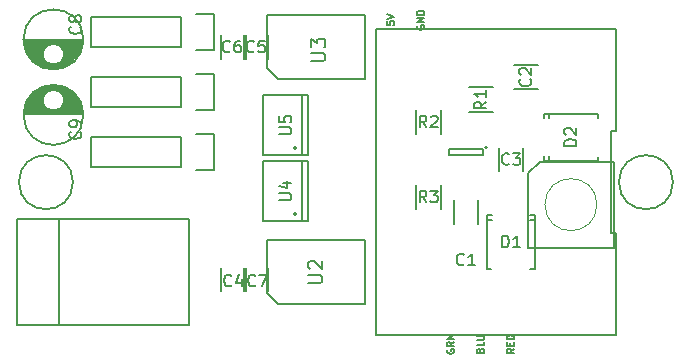
<source format=gto>
%TF.GenerationSoftware,KiCad,Pcbnew,4.0.2-stable*%
%TF.CreationDate,2016-05-01T09:37:51-04:00*%
%TF.ProjectId,RGB-Controller,5247422D436F6E74726F6C6C65722E6B,rev?*%
%TF.FileFunction,Legend,Top*%
%FSLAX46Y46*%
G04 Gerber Fmt 4.6, Leading zero omitted, Abs format (unit mm)*
G04 Created by KiCad (PCBNEW 4.0.2-stable) date 5/1/2016 9:37:51 AM*
%MOMM*%
G01*
G04 APERTURE LIST*
%ADD10C,0.127000*%
%ADD11C,0.150000*%
%ADD12C,0.010000*%
G04 APERTURE END LIST*
D10*
X134320000Y-105613142D02*
X134291429Y-105670285D01*
X134291429Y-105755999D01*
X134320000Y-105841714D01*
X134377143Y-105898856D01*
X134434286Y-105927428D01*
X134548571Y-105955999D01*
X134634286Y-105955999D01*
X134748571Y-105927428D01*
X134805714Y-105898856D01*
X134862857Y-105841714D01*
X134891429Y-105755999D01*
X134891429Y-105698856D01*
X134862857Y-105613142D01*
X134834286Y-105584571D01*
X134634286Y-105584571D01*
X134634286Y-105698856D01*
X134891429Y-104984571D02*
X134605714Y-105184571D01*
X134891429Y-105327428D02*
X134291429Y-105327428D01*
X134291429Y-105098856D01*
X134320000Y-105041714D01*
X134348571Y-105013142D01*
X134405714Y-104984571D01*
X134491429Y-104984571D01*
X134548571Y-105013142D01*
X134577143Y-105041714D01*
X134605714Y-105098856D01*
X134605714Y-105327428D01*
X134891429Y-104727428D02*
X134291429Y-104727428D01*
X134891429Y-104384571D01*
X134291429Y-104384571D01*
X137117143Y-105670285D02*
X137145714Y-105584571D01*
X137174286Y-105555999D01*
X137231429Y-105527428D01*
X137317143Y-105527428D01*
X137374286Y-105555999D01*
X137402857Y-105584571D01*
X137431429Y-105641713D01*
X137431429Y-105870285D01*
X136831429Y-105870285D01*
X136831429Y-105670285D01*
X136860000Y-105613142D01*
X136888571Y-105584571D01*
X136945714Y-105555999D01*
X137002857Y-105555999D01*
X137060000Y-105584571D01*
X137088571Y-105613142D01*
X137117143Y-105670285D01*
X137117143Y-105870285D01*
X137431429Y-104984571D02*
X137431429Y-105270285D01*
X136831429Y-105270285D01*
X136831429Y-104784571D02*
X137317143Y-104784571D01*
X137374286Y-104755999D01*
X137402857Y-104727428D01*
X137431429Y-104670285D01*
X137431429Y-104555999D01*
X137402857Y-104498857D01*
X137374286Y-104470285D01*
X137317143Y-104441714D01*
X136831429Y-104441714D01*
X139971429Y-105541714D02*
X139685714Y-105741714D01*
X139971429Y-105884571D02*
X139371429Y-105884571D01*
X139371429Y-105655999D01*
X139400000Y-105598857D01*
X139428571Y-105570285D01*
X139485714Y-105541714D01*
X139571429Y-105541714D01*
X139628571Y-105570285D01*
X139657143Y-105598857D01*
X139685714Y-105655999D01*
X139685714Y-105884571D01*
X139657143Y-105284571D02*
X139657143Y-105084571D01*
X139971429Y-104998857D02*
X139971429Y-105284571D01*
X139371429Y-105284571D01*
X139371429Y-104998857D01*
X139971429Y-104741714D02*
X139371429Y-104741714D01*
X139371429Y-104598857D01*
X139400000Y-104513142D01*
X139457143Y-104456000D01*
X139514286Y-104427428D01*
X139628571Y-104398857D01*
X139714286Y-104398857D01*
X139828571Y-104427428D01*
X139885714Y-104456000D01*
X139942857Y-104513142D01*
X139971429Y-104598857D01*
X139971429Y-104741714D01*
X131780000Y-78181142D02*
X131751429Y-78238285D01*
X131751429Y-78323999D01*
X131780000Y-78409714D01*
X131837143Y-78466856D01*
X131894286Y-78495428D01*
X132008571Y-78523999D01*
X132094286Y-78523999D01*
X132208571Y-78495428D01*
X132265714Y-78466856D01*
X132322857Y-78409714D01*
X132351429Y-78323999D01*
X132351429Y-78266856D01*
X132322857Y-78181142D01*
X132294286Y-78152571D01*
X132094286Y-78152571D01*
X132094286Y-78266856D01*
X132351429Y-77895428D02*
X131751429Y-77895428D01*
X132351429Y-77552571D01*
X131751429Y-77552571D01*
X132351429Y-77266857D02*
X131751429Y-77266857D01*
X131751429Y-77124000D01*
X131780000Y-77038285D01*
X131837143Y-76981143D01*
X131894286Y-76952571D01*
X132008571Y-76924000D01*
X132094286Y-76924000D01*
X132208571Y-76952571D01*
X132265714Y-76981143D01*
X132322857Y-77038285D01*
X132351429Y-77124000D01*
X132351429Y-77266857D01*
X129211429Y-77838286D02*
X129211429Y-78124000D01*
X129497143Y-78152571D01*
X129468571Y-78124000D01*
X129440000Y-78066857D01*
X129440000Y-77924000D01*
X129468571Y-77866857D01*
X129497143Y-77838286D01*
X129554286Y-77809714D01*
X129697143Y-77809714D01*
X129754286Y-77838286D01*
X129782857Y-77866857D01*
X129811429Y-77924000D01*
X129811429Y-78066857D01*
X129782857Y-78124000D01*
X129754286Y-78152571D01*
X129211429Y-77638285D02*
X129811429Y-77438285D01*
X129211429Y-77238285D01*
D11*
X140725000Y-90535000D02*
X140725000Y-88535000D01*
X138675000Y-88535000D02*
X138675000Y-90535000D01*
X137900000Y-94213680D02*
X138099800Y-94213680D01*
X137950000Y-94670720D02*
X138099000Y-94670720D01*
X137900000Y-98816160D02*
X138049000Y-98816160D01*
X141500000Y-94218760D02*
X141351000Y-94218760D01*
X141500000Y-94670720D02*
X141351000Y-94670720D01*
X141500000Y-98821240D02*
X141351000Y-98821240D01*
X137751020Y-94670720D02*
X137949140Y-94670720D01*
X141698980Y-94670720D02*
X141500860Y-94670720D01*
X137703560Y-98816160D02*
X137901680Y-98816160D01*
X137703560Y-94213680D02*
X137703560Y-98816160D01*
X137703560Y-94213680D02*
X137901680Y-94213680D01*
X141698980Y-94218760D02*
X141500860Y-94218760D01*
X141698980Y-94218760D02*
X141698980Y-98821240D01*
X141698980Y-98821240D02*
X141500860Y-98821240D01*
X148582000Y-78494000D02*
X128278000Y-78494000D01*
X128278000Y-78494000D02*
X128278000Y-104386000D01*
X128278000Y-104386000D02*
X148582000Y-104386000D01*
X148582000Y-104386000D02*
X148582000Y-95755333D01*
X148582000Y-95755333D02*
X148132000Y-95755333D01*
X148132000Y-95755333D02*
X148132000Y-87124667D01*
X148132000Y-87124667D02*
X148582000Y-87124667D01*
X148582000Y-87124667D02*
X148582000Y-78494000D01*
X141970000Y-81525000D02*
X139970000Y-81525000D01*
X139970000Y-83575000D02*
X141970000Y-83575000D01*
X153416000Y-91440000D02*
G75*
G03X153416000Y-91440000I-2286000J0D01*
G01*
X136915000Y-94980000D02*
X136915000Y-92980000D01*
X134865000Y-92980000D02*
X134865000Y-94980000D01*
D12*
X146980000Y-93345000D02*
G75*
G03X146980000Y-93345000I-2200000J0D01*
G01*
D11*
X142130000Y-89695000D02*
X141130000Y-90695000D01*
X141130000Y-90695000D02*
X141130000Y-96995000D01*
X141130000Y-96995000D02*
X148430000Y-96995000D01*
X148430000Y-96995000D02*
X148430000Y-89695000D01*
X148430000Y-89695000D02*
X142130000Y-89695000D01*
X111760000Y-77470000D02*
X104140000Y-77470000D01*
X111760000Y-80010000D02*
X104140000Y-80010000D01*
X114580000Y-80290000D02*
X113030000Y-80290000D01*
X104140000Y-77470000D02*
X104140000Y-80010000D01*
X111760000Y-80010000D02*
X111760000Y-77470000D01*
X113030000Y-77190000D02*
X114580000Y-77190000D01*
X114580000Y-77190000D02*
X114580000Y-80290000D01*
X111760000Y-82550000D02*
X104140000Y-82550000D01*
X111760000Y-85090000D02*
X104140000Y-85090000D01*
X114580000Y-85370000D02*
X113030000Y-85370000D01*
X104140000Y-82550000D02*
X104140000Y-85090000D01*
X111760000Y-85090000D02*
X111760000Y-82550000D01*
X113030000Y-82270000D02*
X114580000Y-82270000D01*
X114580000Y-82270000D02*
X114580000Y-85370000D01*
X111760000Y-87630000D02*
X104140000Y-87630000D01*
X111760000Y-90170000D02*
X104140000Y-90170000D01*
X114580000Y-90450000D02*
X113030000Y-90450000D01*
X104140000Y-87630000D02*
X104140000Y-90170000D01*
X111760000Y-90170000D02*
X111760000Y-87630000D01*
X113030000Y-87350000D02*
X114580000Y-87350000D01*
X114580000Y-87350000D02*
X114580000Y-90450000D01*
X136160000Y-83380000D02*
X138160000Y-83380000D01*
X138160000Y-85530000D02*
X136160000Y-85530000D01*
X133790000Y-85360000D02*
X133790000Y-87360000D01*
X131640000Y-87360000D02*
X131640000Y-85360000D01*
X133790000Y-91710000D02*
X133790000Y-93710000D01*
X131640000Y-93710000D02*
X131640000Y-91710000D01*
X137690000Y-88500000D02*
G75*
G03X137690000Y-88500000I-100000J0D01*
G01*
X137340000Y-89150000D02*
X137340000Y-88650000D01*
X134440000Y-89150000D02*
X137340000Y-89150000D01*
X134440000Y-88650000D02*
X134440000Y-89150000D01*
X137340000Y-88650000D02*
X134440000Y-88650000D01*
X119015000Y-100790000D02*
X120015000Y-101790000D01*
X120015000Y-101790000D02*
X127365000Y-101790000D01*
X127365000Y-101790000D02*
X127365000Y-96330000D01*
X127365000Y-96330000D02*
X119015000Y-96330000D01*
X119015000Y-96330000D02*
X119015000Y-100790000D01*
X119015000Y-81740000D02*
X120015000Y-82740000D01*
X120015000Y-82740000D02*
X127365000Y-82740000D01*
X127365000Y-82740000D02*
X127365000Y-77280000D01*
X127365000Y-77280000D02*
X119015000Y-77280000D01*
X119015000Y-77280000D02*
X119015000Y-81740000D01*
X121539000Y-94107000D02*
G75*
G03X121539000Y-94107000I-127000J0D01*
G01*
X122047000Y-94742000D02*
X122047000Y-89662000D01*
X118745000Y-94742000D02*
X118745000Y-89662000D01*
X122555000Y-94742000D02*
X122555000Y-89662000D01*
X122555000Y-94742000D02*
X118745000Y-94742000D01*
X122555000Y-89662000D02*
X118745000Y-89662000D01*
X121539000Y-88519000D02*
G75*
G03X121539000Y-88519000I-127000J0D01*
G01*
X122047000Y-89154000D02*
X122047000Y-84074000D01*
X118745000Y-89154000D02*
X118745000Y-84074000D01*
X122555000Y-89154000D02*
X122555000Y-84074000D01*
X122555000Y-89154000D02*
X118745000Y-89154000D01*
X122555000Y-84074000D02*
X118745000Y-84074000D01*
X102616000Y-91440000D02*
G75*
G03X102616000Y-91440000I-2286000J0D01*
G01*
X142473680Y-89430000D02*
X142473680Y-89230200D01*
X142930720Y-89380000D02*
X142930720Y-89231000D01*
X147076160Y-89430000D02*
X147076160Y-89281000D01*
X142478760Y-85830000D02*
X142478760Y-85979000D01*
X142930720Y-85830000D02*
X142930720Y-85979000D01*
X147081240Y-85830000D02*
X147081240Y-85979000D01*
X142930720Y-89578980D02*
X142930720Y-89380860D01*
X142930720Y-85631020D02*
X142930720Y-85829140D01*
X147076160Y-89626440D02*
X147076160Y-89428320D01*
X142473680Y-89626440D02*
X147076160Y-89626440D01*
X142473680Y-89626440D02*
X142473680Y-89428320D01*
X142478760Y-85631020D02*
X142478760Y-85829140D01*
X142478760Y-85631020D02*
X147081240Y-85631020D01*
X147081240Y-85631020D02*
X147081240Y-85829140D01*
X117230000Y-100695000D02*
X117230000Y-98695000D01*
X115180000Y-98695000D02*
X115180000Y-100695000D01*
X119135000Y-81010000D02*
X119135000Y-79010000D01*
X117085000Y-79010000D02*
X117085000Y-81010000D01*
X117230000Y-81010000D02*
X117230000Y-79010000D01*
X115180000Y-79010000D02*
X115180000Y-81010000D01*
X119135000Y-100695000D02*
X119135000Y-98695000D01*
X117085000Y-98695000D02*
X117085000Y-100695000D01*
X101409500Y-94559120D02*
X101409500Y-103560880D01*
X97909380Y-94559120D02*
X97909380Y-103560880D01*
X97909380Y-103560880D02*
X112410240Y-103560880D01*
X112410240Y-103560880D02*
X112410240Y-94559120D01*
X112410240Y-94559120D02*
X97909380Y-94559120D01*
X103464000Y-79430000D02*
X98466000Y-79430000D01*
X103456000Y-79570000D02*
X98474000Y-79570000D01*
X103440000Y-79710000D02*
X101060000Y-79710000D01*
X100870000Y-79710000D02*
X98490000Y-79710000D01*
X103416000Y-79850000D02*
X101455000Y-79850000D01*
X100475000Y-79850000D02*
X98514000Y-79850000D01*
X103383000Y-79990000D02*
X101622000Y-79990000D01*
X100308000Y-79990000D02*
X98547000Y-79990000D01*
X103342000Y-80130000D02*
X101729000Y-80130000D01*
X100201000Y-80130000D02*
X98588000Y-80130000D01*
X103292000Y-80270000D02*
X101800000Y-80270000D01*
X100130000Y-80270000D02*
X98638000Y-80270000D01*
X103231000Y-80410000D02*
X101844000Y-80410000D01*
X100086000Y-80410000D02*
X98699000Y-80410000D01*
X103161000Y-80550000D02*
X101863000Y-80550000D01*
X100067000Y-80550000D02*
X98769000Y-80550000D01*
X103079000Y-80690000D02*
X101861000Y-80690000D01*
X100069000Y-80690000D02*
X98851000Y-80690000D01*
X102984000Y-80830000D02*
X101836000Y-80830000D01*
X100094000Y-80830000D02*
X98946000Y-80830000D01*
X102873000Y-80970000D02*
X101788000Y-80970000D01*
X100142000Y-80970000D02*
X99057000Y-80970000D01*
X102745000Y-81110000D02*
X101710000Y-81110000D01*
X100220000Y-81110000D02*
X99185000Y-81110000D01*
X102596000Y-81250000D02*
X101593000Y-81250000D01*
X100337000Y-81250000D02*
X99334000Y-81250000D01*
X102417000Y-81390000D02*
X101405000Y-81390000D01*
X100525000Y-81390000D02*
X99513000Y-81390000D01*
X102198000Y-81530000D02*
X99732000Y-81530000D01*
X101909000Y-81670000D02*
X100021000Y-81670000D01*
X101437000Y-81810000D02*
X100493000Y-81810000D01*
X101865000Y-80605000D02*
G75*
G03X101865000Y-80605000I-900000J0D01*
G01*
X103502500Y-79355000D02*
G75*
G03X103502500Y-79355000I-2537500J0D01*
G01*
X98466000Y-85670000D02*
X103464000Y-85670000D01*
X98474000Y-85530000D02*
X103456000Y-85530000D01*
X98490000Y-85390000D02*
X100870000Y-85390000D01*
X101060000Y-85390000D02*
X103440000Y-85390000D01*
X98514000Y-85250000D02*
X100475000Y-85250000D01*
X101455000Y-85250000D02*
X103416000Y-85250000D01*
X98547000Y-85110000D02*
X100308000Y-85110000D01*
X101622000Y-85110000D02*
X103383000Y-85110000D01*
X98588000Y-84970000D02*
X100201000Y-84970000D01*
X101729000Y-84970000D02*
X103342000Y-84970000D01*
X98638000Y-84830000D02*
X100130000Y-84830000D01*
X101800000Y-84830000D02*
X103292000Y-84830000D01*
X98699000Y-84690000D02*
X100086000Y-84690000D01*
X101844000Y-84690000D02*
X103231000Y-84690000D01*
X98769000Y-84550000D02*
X100067000Y-84550000D01*
X101863000Y-84550000D02*
X103161000Y-84550000D01*
X98851000Y-84410000D02*
X100069000Y-84410000D01*
X101861000Y-84410000D02*
X103079000Y-84410000D01*
X98946000Y-84270000D02*
X100094000Y-84270000D01*
X101836000Y-84270000D02*
X102984000Y-84270000D01*
X99057000Y-84130000D02*
X100142000Y-84130000D01*
X101788000Y-84130000D02*
X102873000Y-84130000D01*
X99185000Y-83990000D02*
X100220000Y-83990000D01*
X101710000Y-83990000D02*
X102745000Y-83990000D01*
X99334000Y-83850000D02*
X100337000Y-83850000D01*
X101593000Y-83850000D02*
X102596000Y-83850000D01*
X99513000Y-83710000D02*
X100525000Y-83710000D01*
X101405000Y-83710000D02*
X102417000Y-83710000D01*
X99732000Y-83570000D02*
X102198000Y-83570000D01*
X100021000Y-83430000D02*
X101909000Y-83430000D01*
X100493000Y-83290000D02*
X101437000Y-83290000D01*
X101865000Y-84495000D02*
G75*
G03X101865000Y-84495000I-900000J0D01*
G01*
X103502500Y-85745000D02*
G75*
G03X103502500Y-85745000I-2537500J0D01*
G01*
X139533334Y-89892143D02*
X139485715Y-89939762D01*
X139342858Y-89987381D01*
X139247620Y-89987381D01*
X139104762Y-89939762D01*
X139009524Y-89844524D01*
X138961905Y-89749286D01*
X138914286Y-89558810D01*
X138914286Y-89415952D01*
X138961905Y-89225476D01*
X139009524Y-89130238D01*
X139104762Y-89035000D01*
X139247620Y-88987381D01*
X139342858Y-88987381D01*
X139485715Y-89035000D01*
X139533334Y-89082619D01*
X139866667Y-88987381D02*
X140485715Y-88987381D01*
X140152381Y-89368333D01*
X140295239Y-89368333D01*
X140390477Y-89415952D01*
X140438096Y-89463571D01*
X140485715Y-89558810D01*
X140485715Y-89796905D01*
X140438096Y-89892143D01*
X140390477Y-89939762D01*
X140295239Y-89987381D01*
X140009524Y-89987381D01*
X139914286Y-89939762D01*
X139866667Y-89892143D01*
X138961905Y-96972381D02*
X138961905Y-95972381D01*
X139200000Y-95972381D01*
X139342858Y-96020000D01*
X139438096Y-96115238D01*
X139485715Y-96210476D01*
X139533334Y-96400952D01*
X139533334Y-96543810D01*
X139485715Y-96734286D01*
X139438096Y-96829524D01*
X139342858Y-96924762D01*
X139200000Y-96972381D01*
X138961905Y-96972381D01*
X140485715Y-96972381D02*
X139914286Y-96972381D01*
X140200000Y-96972381D02*
X140200000Y-95972381D01*
X140104762Y-96115238D01*
X140009524Y-96210476D01*
X139914286Y-96258095D01*
X141327143Y-82716666D02*
X141374762Y-82764285D01*
X141422381Y-82907142D01*
X141422381Y-83002380D01*
X141374762Y-83145238D01*
X141279524Y-83240476D01*
X141184286Y-83288095D01*
X140993810Y-83335714D01*
X140850952Y-83335714D01*
X140660476Y-83288095D01*
X140565238Y-83240476D01*
X140470000Y-83145238D01*
X140422381Y-83002380D01*
X140422381Y-82907142D01*
X140470000Y-82764285D01*
X140517619Y-82716666D01*
X140517619Y-82335714D02*
X140470000Y-82288095D01*
X140422381Y-82192857D01*
X140422381Y-81954761D01*
X140470000Y-81859523D01*
X140517619Y-81811904D01*
X140612857Y-81764285D01*
X140708095Y-81764285D01*
X140850952Y-81811904D01*
X141422381Y-82383333D01*
X141422381Y-81764285D01*
X135723334Y-98401143D02*
X135675715Y-98448762D01*
X135532858Y-98496381D01*
X135437620Y-98496381D01*
X135294762Y-98448762D01*
X135199524Y-98353524D01*
X135151905Y-98258286D01*
X135104286Y-98067810D01*
X135104286Y-97924952D01*
X135151905Y-97734476D01*
X135199524Y-97639238D01*
X135294762Y-97544000D01*
X135437620Y-97496381D01*
X135532858Y-97496381D01*
X135675715Y-97544000D01*
X135723334Y-97591619D01*
X136675715Y-98496381D02*
X136104286Y-98496381D01*
X136390000Y-98496381D02*
X136390000Y-97496381D01*
X136294762Y-97639238D01*
X136199524Y-97734476D01*
X136104286Y-97782095D01*
X137612381Y-84621666D02*
X137136190Y-84955000D01*
X137612381Y-85193095D02*
X136612381Y-85193095D01*
X136612381Y-84812142D01*
X136660000Y-84716904D01*
X136707619Y-84669285D01*
X136802857Y-84621666D01*
X136945714Y-84621666D01*
X137040952Y-84669285D01*
X137088571Y-84716904D01*
X137136190Y-84812142D01*
X137136190Y-85193095D01*
X137612381Y-83669285D02*
X137612381Y-84240714D01*
X137612381Y-83955000D02*
X136612381Y-83955000D01*
X136755238Y-84050238D01*
X136850476Y-84145476D01*
X136898095Y-84240714D01*
X132548334Y-86812381D02*
X132215000Y-86336190D01*
X131976905Y-86812381D02*
X131976905Y-85812381D01*
X132357858Y-85812381D01*
X132453096Y-85860000D01*
X132500715Y-85907619D01*
X132548334Y-86002857D01*
X132548334Y-86145714D01*
X132500715Y-86240952D01*
X132453096Y-86288571D01*
X132357858Y-86336190D01*
X131976905Y-86336190D01*
X132929286Y-85907619D02*
X132976905Y-85860000D01*
X133072143Y-85812381D01*
X133310239Y-85812381D01*
X133405477Y-85860000D01*
X133453096Y-85907619D01*
X133500715Y-86002857D01*
X133500715Y-86098095D01*
X133453096Y-86240952D01*
X132881667Y-86812381D01*
X133500715Y-86812381D01*
X132548334Y-93162381D02*
X132215000Y-92686190D01*
X131976905Y-93162381D02*
X131976905Y-92162381D01*
X132357858Y-92162381D01*
X132453096Y-92210000D01*
X132500715Y-92257619D01*
X132548334Y-92352857D01*
X132548334Y-92495714D01*
X132500715Y-92590952D01*
X132453096Y-92638571D01*
X132357858Y-92686190D01*
X131976905Y-92686190D01*
X132881667Y-92162381D02*
X133500715Y-92162381D01*
X133167381Y-92543333D01*
X133310239Y-92543333D01*
X133405477Y-92590952D01*
X133453096Y-92638571D01*
X133500715Y-92733810D01*
X133500715Y-92971905D01*
X133453096Y-93067143D01*
X133405477Y-93114762D01*
X133310239Y-93162381D01*
X133024524Y-93162381D01*
X132929286Y-93114762D01*
X132881667Y-93067143D01*
X122532857Y-99974286D02*
X123504286Y-99974286D01*
X123618571Y-99917143D01*
X123675714Y-99860000D01*
X123732857Y-99745714D01*
X123732857Y-99517143D01*
X123675714Y-99402857D01*
X123618571Y-99345714D01*
X123504286Y-99288571D01*
X122532857Y-99288571D01*
X122647143Y-98774286D02*
X122590000Y-98717143D01*
X122532857Y-98602857D01*
X122532857Y-98317143D01*
X122590000Y-98202857D01*
X122647143Y-98145714D01*
X122761429Y-98088571D01*
X122875714Y-98088571D01*
X123047143Y-98145714D01*
X123732857Y-98831428D01*
X123732857Y-98088571D01*
X122786857Y-81178286D02*
X123758286Y-81178286D01*
X123872571Y-81121143D01*
X123929714Y-81064000D01*
X123986857Y-80949714D01*
X123986857Y-80721143D01*
X123929714Y-80606857D01*
X123872571Y-80549714D01*
X123758286Y-80492571D01*
X122786857Y-80492571D01*
X122786857Y-80035428D02*
X122786857Y-79292571D01*
X123244000Y-79692571D01*
X123244000Y-79521143D01*
X123301143Y-79406857D01*
X123358286Y-79349714D01*
X123472571Y-79292571D01*
X123758286Y-79292571D01*
X123872571Y-79349714D01*
X123929714Y-79406857D01*
X123986857Y-79521143D01*
X123986857Y-79864000D01*
X123929714Y-79978286D01*
X123872571Y-80035428D01*
X120102381Y-92963905D02*
X120911905Y-92963905D01*
X121007143Y-92916286D01*
X121054762Y-92868667D01*
X121102381Y-92773429D01*
X121102381Y-92582952D01*
X121054762Y-92487714D01*
X121007143Y-92440095D01*
X120911905Y-92392476D01*
X120102381Y-92392476D01*
X120435714Y-91487714D02*
X121102381Y-91487714D01*
X120054762Y-91725810D02*
X120769048Y-91963905D01*
X120769048Y-91344857D01*
X120102381Y-87375905D02*
X120911905Y-87375905D01*
X121007143Y-87328286D01*
X121054762Y-87280667D01*
X121102381Y-87185429D01*
X121102381Y-86994952D01*
X121054762Y-86899714D01*
X121007143Y-86852095D01*
X120911905Y-86804476D01*
X120102381Y-86804476D01*
X120102381Y-85852095D02*
X120102381Y-86328286D01*
X120578571Y-86375905D01*
X120530952Y-86328286D01*
X120483333Y-86233048D01*
X120483333Y-85994952D01*
X120530952Y-85899714D01*
X120578571Y-85852095D01*
X120673810Y-85804476D01*
X120911905Y-85804476D01*
X121007143Y-85852095D01*
X121054762Y-85899714D01*
X121102381Y-85994952D01*
X121102381Y-86233048D01*
X121054762Y-86328286D01*
X121007143Y-86375905D01*
X145232381Y-88368095D02*
X144232381Y-88368095D01*
X144232381Y-88130000D01*
X144280000Y-87987142D01*
X144375238Y-87891904D01*
X144470476Y-87844285D01*
X144660952Y-87796666D01*
X144803810Y-87796666D01*
X144994286Y-87844285D01*
X145089524Y-87891904D01*
X145184762Y-87987142D01*
X145232381Y-88130000D01*
X145232381Y-88368095D01*
X144327619Y-87415714D02*
X144280000Y-87368095D01*
X144232381Y-87272857D01*
X144232381Y-87034761D01*
X144280000Y-86939523D01*
X144327619Y-86891904D01*
X144422857Y-86844285D01*
X144518095Y-86844285D01*
X144660952Y-86891904D01*
X145232381Y-87463333D01*
X145232381Y-86844285D01*
X116038334Y-100179143D02*
X115990715Y-100226762D01*
X115847858Y-100274381D01*
X115752620Y-100274381D01*
X115609762Y-100226762D01*
X115514524Y-100131524D01*
X115466905Y-100036286D01*
X115419286Y-99845810D01*
X115419286Y-99702952D01*
X115466905Y-99512476D01*
X115514524Y-99417238D01*
X115609762Y-99322000D01*
X115752620Y-99274381D01*
X115847858Y-99274381D01*
X115990715Y-99322000D01*
X116038334Y-99369619D01*
X116895477Y-99607714D02*
X116895477Y-100274381D01*
X116657381Y-99226762D02*
X116419286Y-99941048D01*
X117038334Y-99941048D01*
X117943334Y-80367143D02*
X117895715Y-80414762D01*
X117752858Y-80462381D01*
X117657620Y-80462381D01*
X117514762Y-80414762D01*
X117419524Y-80319524D01*
X117371905Y-80224286D01*
X117324286Y-80033810D01*
X117324286Y-79890952D01*
X117371905Y-79700476D01*
X117419524Y-79605238D01*
X117514762Y-79510000D01*
X117657620Y-79462381D01*
X117752858Y-79462381D01*
X117895715Y-79510000D01*
X117943334Y-79557619D01*
X118848096Y-79462381D02*
X118371905Y-79462381D01*
X118324286Y-79938571D01*
X118371905Y-79890952D01*
X118467143Y-79843333D01*
X118705239Y-79843333D01*
X118800477Y-79890952D01*
X118848096Y-79938571D01*
X118895715Y-80033810D01*
X118895715Y-80271905D01*
X118848096Y-80367143D01*
X118800477Y-80414762D01*
X118705239Y-80462381D01*
X118467143Y-80462381D01*
X118371905Y-80414762D01*
X118324286Y-80367143D01*
X115911334Y-80367143D02*
X115863715Y-80414762D01*
X115720858Y-80462381D01*
X115625620Y-80462381D01*
X115482762Y-80414762D01*
X115387524Y-80319524D01*
X115339905Y-80224286D01*
X115292286Y-80033810D01*
X115292286Y-79890952D01*
X115339905Y-79700476D01*
X115387524Y-79605238D01*
X115482762Y-79510000D01*
X115625620Y-79462381D01*
X115720858Y-79462381D01*
X115863715Y-79510000D01*
X115911334Y-79557619D01*
X116768477Y-79462381D02*
X116578000Y-79462381D01*
X116482762Y-79510000D01*
X116435143Y-79557619D01*
X116339905Y-79700476D01*
X116292286Y-79890952D01*
X116292286Y-80271905D01*
X116339905Y-80367143D01*
X116387524Y-80414762D01*
X116482762Y-80462381D01*
X116673239Y-80462381D01*
X116768477Y-80414762D01*
X116816096Y-80367143D01*
X116863715Y-80271905D01*
X116863715Y-80033810D01*
X116816096Y-79938571D01*
X116768477Y-79890952D01*
X116673239Y-79843333D01*
X116482762Y-79843333D01*
X116387524Y-79890952D01*
X116339905Y-79938571D01*
X116292286Y-80033810D01*
X118070334Y-100179143D02*
X118022715Y-100226762D01*
X117879858Y-100274381D01*
X117784620Y-100274381D01*
X117641762Y-100226762D01*
X117546524Y-100131524D01*
X117498905Y-100036286D01*
X117451286Y-99845810D01*
X117451286Y-99702952D01*
X117498905Y-99512476D01*
X117546524Y-99417238D01*
X117641762Y-99322000D01*
X117784620Y-99274381D01*
X117879858Y-99274381D01*
X118022715Y-99322000D01*
X118070334Y-99369619D01*
X118403667Y-99274381D02*
X119070334Y-99274381D01*
X118641762Y-100274381D01*
X103227143Y-78271666D02*
X103274762Y-78319285D01*
X103322381Y-78462142D01*
X103322381Y-78557380D01*
X103274762Y-78700238D01*
X103179524Y-78795476D01*
X103084286Y-78843095D01*
X102893810Y-78890714D01*
X102750952Y-78890714D01*
X102560476Y-78843095D01*
X102465238Y-78795476D01*
X102370000Y-78700238D01*
X102322381Y-78557380D01*
X102322381Y-78462142D01*
X102370000Y-78319285D01*
X102417619Y-78271666D01*
X102750952Y-77700238D02*
X102703333Y-77795476D01*
X102655714Y-77843095D01*
X102560476Y-77890714D01*
X102512857Y-77890714D01*
X102417619Y-77843095D01*
X102370000Y-77795476D01*
X102322381Y-77700238D01*
X102322381Y-77509761D01*
X102370000Y-77414523D01*
X102417619Y-77366904D01*
X102512857Y-77319285D01*
X102560476Y-77319285D01*
X102655714Y-77366904D01*
X102703333Y-77414523D01*
X102750952Y-77509761D01*
X102750952Y-77700238D01*
X102798571Y-77795476D01*
X102846190Y-77843095D01*
X102941429Y-77890714D01*
X103131905Y-77890714D01*
X103227143Y-77843095D01*
X103274762Y-77795476D01*
X103322381Y-77700238D01*
X103322381Y-77509761D01*
X103274762Y-77414523D01*
X103227143Y-77366904D01*
X103131905Y-77319285D01*
X102941429Y-77319285D01*
X102846190Y-77366904D01*
X102798571Y-77414523D01*
X102750952Y-77509761D01*
X103227143Y-87161666D02*
X103274762Y-87209285D01*
X103322381Y-87352142D01*
X103322381Y-87447380D01*
X103274762Y-87590238D01*
X103179524Y-87685476D01*
X103084286Y-87733095D01*
X102893810Y-87780714D01*
X102750952Y-87780714D01*
X102560476Y-87733095D01*
X102465238Y-87685476D01*
X102370000Y-87590238D01*
X102322381Y-87447380D01*
X102322381Y-87352142D01*
X102370000Y-87209285D01*
X102417619Y-87161666D01*
X103322381Y-86685476D02*
X103322381Y-86495000D01*
X103274762Y-86399761D01*
X103227143Y-86352142D01*
X103084286Y-86256904D01*
X102893810Y-86209285D01*
X102512857Y-86209285D01*
X102417619Y-86256904D01*
X102370000Y-86304523D01*
X102322381Y-86399761D01*
X102322381Y-86590238D01*
X102370000Y-86685476D01*
X102417619Y-86733095D01*
X102512857Y-86780714D01*
X102750952Y-86780714D01*
X102846190Y-86733095D01*
X102893810Y-86685476D01*
X102941429Y-86590238D01*
X102941429Y-86399761D01*
X102893810Y-86304523D01*
X102846190Y-86256904D01*
X102750952Y-86209285D01*
M02*

</source>
